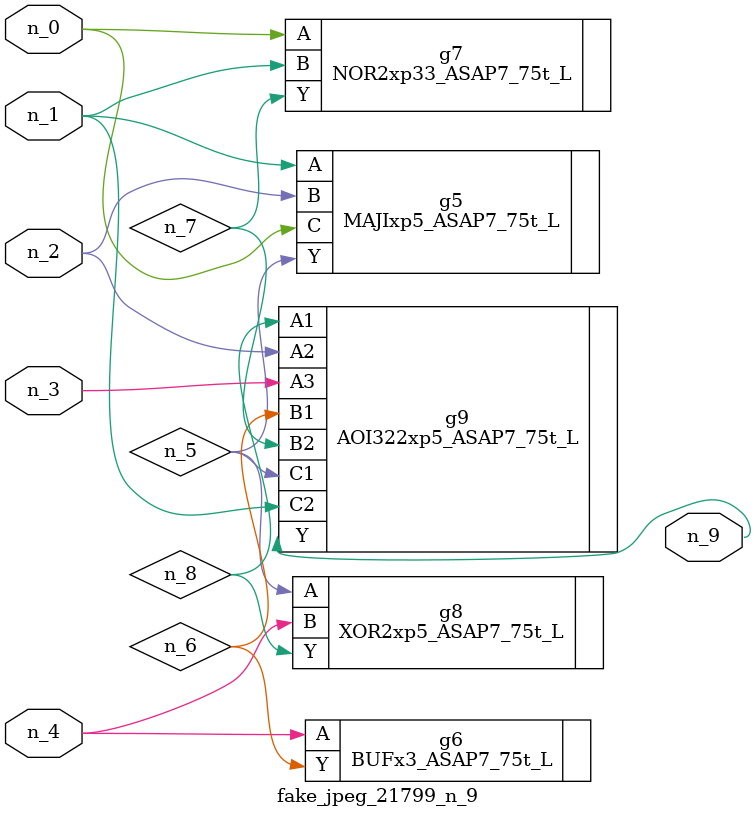
<source format=v>
module fake_jpeg_21799_n_9 (n_3, n_2, n_1, n_0, n_4, n_9);

input n_3;
input n_2;
input n_1;
input n_0;
input n_4;

output n_9;

wire n_8;
wire n_6;
wire n_5;
wire n_7;

MAJIxp5_ASAP7_75t_L g5 ( 
.A(n_1),
.B(n_2),
.C(n_0),
.Y(n_5)
);

BUFx3_ASAP7_75t_L g6 ( 
.A(n_4),
.Y(n_6)
);

NOR2xp33_ASAP7_75t_L g7 ( 
.A(n_0),
.B(n_1),
.Y(n_7)
);

XOR2xp5_ASAP7_75t_L g8 ( 
.A(n_5),
.B(n_4),
.Y(n_8)
);

AOI322xp5_ASAP7_75t_L g9 ( 
.A1(n_8),
.A2(n_2),
.A3(n_3),
.B1(n_6),
.B2(n_7),
.C1(n_5),
.C2(n_1),
.Y(n_9)
);


endmodule
</source>
